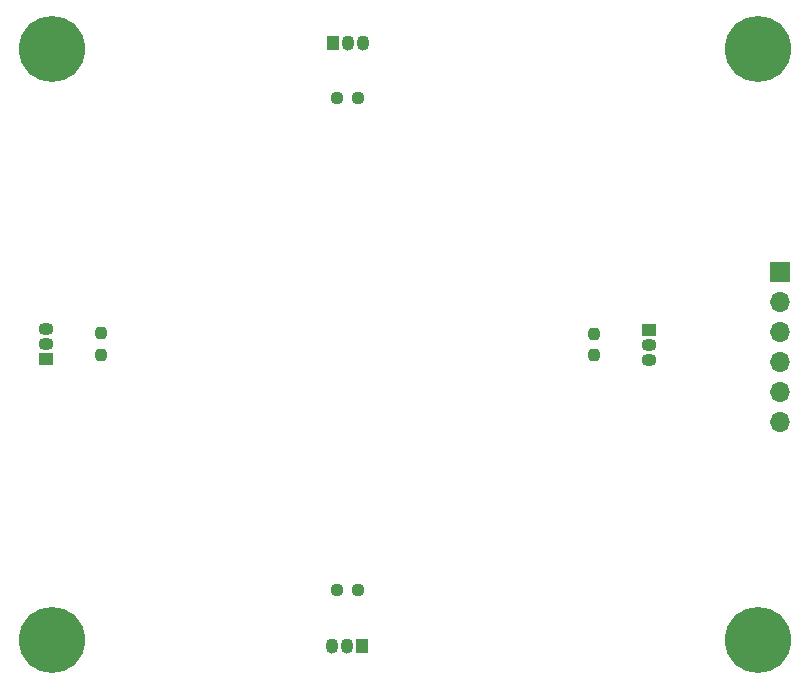
<source format=gbr>
%TF.GenerationSoftware,KiCad,Pcbnew,9.0.0*%
%TF.CreationDate,2025-06-04T23:47:33+02:00*%
%TF.ProjectId,uv_controler,75765f63-6f6e-4747-926f-6c65722e6b69,rev?*%
%TF.SameCoordinates,Original*%
%TF.FileFunction,Soldermask,Top*%
%TF.FilePolarity,Negative*%
%FSLAX46Y46*%
G04 Gerber Fmt 4.6, Leading zero omitted, Abs format (unit mm)*
G04 Created by KiCad (PCBNEW 9.0.0) date 2025-06-04 23:47:33*
%MOMM*%
%LPD*%
G01*
G04 APERTURE LIST*
G04 Aperture macros list*
%AMRoundRect*
0 Rectangle with rounded corners*
0 $1 Rounding radius*
0 $2 $3 $4 $5 $6 $7 $8 $9 X,Y pos of 4 corners*
0 Add a 4 corners polygon primitive as box body*
4,1,4,$2,$3,$4,$5,$6,$7,$8,$9,$2,$3,0*
0 Add four circle primitives for the rounded corners*
1,1,$1+$1,$2,$3*
1,1,$1+$1,$4,$5*
1,1,$1+$1,$6,$7*
1,1,$1+$1,$8,$9*
0 Add four rect primitives between the rounded corners*
20,1,$1+$1,$2,$3,$4,$5,0*
20,1,$1+$1,$4,$5,$6,$7,0*
20,1,$1+$1,$6,$7,$8,$9,0*
20,1,$1+$1,$8,$9,$2,$3,0*%
G04 Aperture macros list end*
%ADD10R,1.050000X1.300000*%
%ADD11O,1.050000X1.300000*%
%ADD12R,1.300000X1.050000*%
%ADD13O,1.300000X1.050000*%
%ADD14RoundRect,0.237500X-0.237500X0.250000X-0.237500X-0.250000X0.237500X-0.250000X0.237500X0.250000X0*%
%ADD15R,1.700000X1.700000*%
%ADD16O,1.700000X1.700000*%
%ADD17C,5.600000*%
%ADD18RoundRect,0.237500X0.237500X-0.250000X0.237500X0.250000X-0.237500X0.250000X-0.237500X-0.250000X0*%
%ADD19RoundRect,0.237500X0.250000X0.237500X-0.250000X0.237500X-0.250000X-0.237500X0.250000X-0.237500X0*%
%ADD20RoundRect,0.237500X-0.250000X-0.237500X0.250000X-0.237500X0.250000X0.237500X-0.250000X0.237500X0*%
G04 APERTURE END LIST*
D10*
%TO.C,U10*%
X54470534Y-61475000D03*
D11*
X55740534Y-61475000D03*
X57010534Y-61475000D03*
%TD*%
D12*
%TO.C,U9*%
X81285534Y-85787500D03*
D13*
X81285534Y-87057500D03*
X81285534Y-88327500D03*
%TD*%
D14*
%TO.C,R8*%
X76585534Y-86125000D03*
X76585534Y-87950000D03*
%TD*%
D15*
%TO.C,J4*%
X92300000Y-80900000D03*
D16*
X92300000Y-83440000D03*
X92300000Y-85980000D03*
X92300000Y-88520000D03*
X92300000Y-91060000D03*
X92300000Y-93600000D03*
%TD*%
D17*
%TO.C,REF\u002A\u002A*%
X30735534Y-112000000D03*
%TD*%
D10*
%TO.C,U11*%
X56973034Y-112525000D03*
D11*
X55703034Y-112525000D03*
X54433034Y-112525000D03*
%TD*%
D18*
%TO.C,R11*%
X34885534Y-87912500D03*
X34885534Y-86087500D03*
%TD*%
D17*
%TO.C,REF\u002A\u002A*%
X90485534Y-112000000D03*
%TD*%
%TO.C,REF\u002A\u002A*%
X30735534Y-62000000D03*
%TD*%
D19*
%TO.C,R10*%
X56635534Y-107825000D03*
X54810534Y-107825000D03*
%TD*%
D12*
%TO.C,U12*%
X30185534Y-88250000D03*
D13*
X30185534Y-86980000D03*
X30185534Y-85710000D03*
%TD*%
D20*
%TO.C,R9*%
X54808034Y-66175000D03*
X56633034Y-66175000D03*
%TD*%
D17*
%TO.C,REF\u002A\u002A*%
X90485534Y-62000000D03*
%TD*%
M02*

</source>
